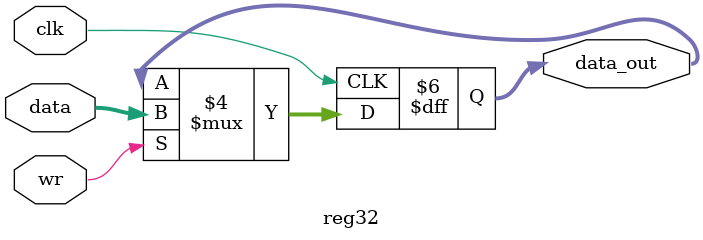
<source format=v>
module reg32(clk, wr, data, data_out);

input wire clk;
input wire [31:0] data;
input wire wr;
output reg [31:0] data_out;

initial begin
	data_out <= 32'd0;
end

always @ (posedge clk) begin
	if (wr==1) begin
		data_out <= data;
	end
end

endmodule

</source>
